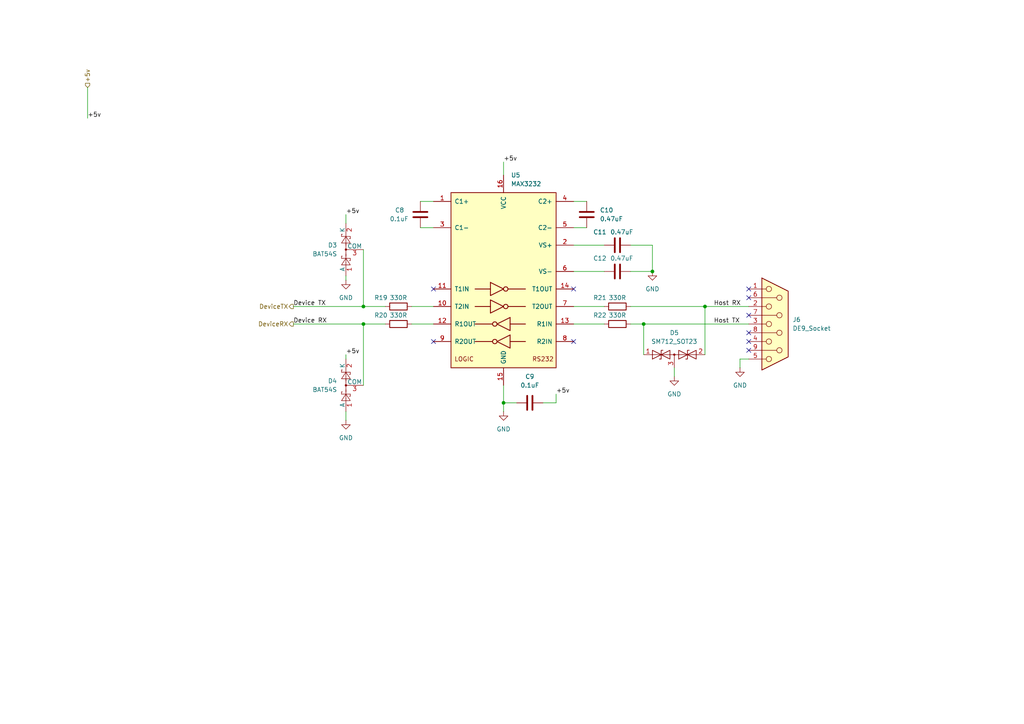
<source format=kicad_sch>
(kicad_sch (version 20250114) (generator "eeschema") (generator_version "9.0")
  (paper "A4")
  (lib_symbols
    (symbol "Connector:DE9_Socket" (pin_names (offset 1.016) (hide yes))
      (property "Reference" "J" (at 0 13.97 0))
      (property "Value" "DE9_Socket" (at 0 -14.605 0))
      (symbol "DE9_Socket_0_1"
        (polyline (pts (xy -3.81 13.335) (xy -3.81 -13.335) (xy 3.81 -9.525) (xy 3.81 9.525) (xy -3.81 13.335)) (stroke (width 0.254)) (fill (type background)))
        (polyline (pts (xy -3.81 10.16) (xy -2.54 10.16)))
        (polyline (pts (xy -3.81 7.62) (xy 0.508 7.62)))
        (polyline (pts (xy -3.81 5.08) (xy -2.54 5.08)))
        (polyline (pts (xy -3.81 2.54) (xy 0.508 2.54)))
        (polyline (pts (xy -3.81 0) (xy -2.54 0)))
        (polyline (pts (xy -3.81 -2.54) (xy 0.508 -2.54)))
        (polyline (pts (xy -3.81 -5.08) (xy -2.54 -5.08)))
        (polyline (pts (xy -3.81 -7.62) (xy 0.508 -7.62)))
        (polyline (pts (xy -3.81 -10.16) (xy -2.54 -10.16)))
        (circle (center -1.778 10.16) (radius 0.762))
        (circle (center -1.778 5.08) (radius 0.762))
        (circle (center -1.778 0) (radius 0.762))
        (circle (center -1.778 -5.08) (radius 0.762))
        (circle (center -1.778 -10.16) (radius 0.762))
        (circle (center 1.27 7.62) (radius 0.762))
        (circle (center 1.27 2.54) (radius 0.762))
        (circle (center 1.27 -2.54) (radius 0.762))
        (circle (center 1.27 -7.62) (radius 0.762))
      )
      (symbol "DE9_Socket_1_1"
        (pin passive line (at -7.62 10.16 0) (length 3.81) (name "1") (number "1"))
        (pin passive line (at -7.62 7.62 0) (length 3.81) (name "6") (number "6"))
        (pin passive line (at -7.62 5.08 0) (length 3.81) (name "2") (number "2"))
        (pin passive line (at -7.62 2.54 0) (length 3.81) (name "7") (number "7"))
        (pin passive line (at -7.62 0 0) (length 3.81) (name "3") (number "3"))
        (pin passive line (at -7.62 -2.54 0) (length 3.81) (name "8") (number "8"))
        (pin passive line (at -7.62 -5.08 0) (length 3.81) (name "4") (number "4"))
        (pin passive line (at -7.62 -7.62 0) (length 3.81) (name "9") (number "9"))
        (pin passive line (at -7.62 -10.16 0) (length 3.81) (name "5") (number "5"))
      )
    )
    (symbol "Device:C" (pin_numbers (hide yes)) (pin_names (offset 0.254))
      (property "Reference" "C" (at 0.635 2.54 0))
      (property "Value" "C" (at 0.635 -2.54 0))
      (symbol "C_0_1"
        (polyline (pts (xy -2.032 0.762) (xy 2.032 0.762)) (stroke (width 0.508)))
        (polyline (pts (xy -2.032 -0.762) (xy 2.032 -0.762)) (stroke (width 0.508)))
      )
      (symbol "C_1_1"
        (pin passive line (at 0 3.81 270) (length 2.794) (name "~") (number "1"))
        (pin passive line (at 0 -3.81 90) (length 2.794) (name "~") (number "2"))
      )
    )
    (symbol "Device:R" (pin_numbers (hide yes)) (pin_names (offset 0))
      (property "Reference" "R" (at 2.032 0 90))
      (property "Value" "R" (at 0 0 90))
      (symbol "R_0_1"
        (rectangle (start -1.016 -2.54) (end 1.016 2.54) (stroke (width 0.254)))
      )
      (symbol "R_1_1"
        (pin passive line (at 0 3.81 270) (length 1.27) (name "~") (number "1"))
        (pin passive line (at 0 -3.81 90) (length 1.27) (name "~") (number "2"))
      )
    )
    (symbol "Diode:BAT54S" (pin_names (offset 0))
      (property "Reference" "D" (at 2.54 -5.08 0))
      (property "Value" "BAT54S" (at -6.35 3.175 0))
      (symbol "BAT54S_0_1"
        (polyline (pts (xy -4.445 1.27) (xy -4.445 -1.27) (xy -2.54 0) (xy -4.445 1.27)))
        (polyline (pts (xy -3.81 0) (xy -1.27 0)))
        (polyline (pts (xy -3.175 -1.27) (xy -3.175 -1.016)))
        (polyline (pts (xy -2.54 1.27) (xy -1.905 1.27)))
        (polyline (pts (xy -2.54 -1.27) (xy -3.175 -1.27)))
        (polyline (pts (xy -2.54 -1.27) (xy -2.54 1.27)))
        (polyline (pts (xy -1.905 1.27) (xy -1.905 1.016)))
        (polyline (pts (xy -1.905 0) (xy 1.905 0)))
        (circle (center 0 0) (radius 0.254) (fill (type outline)))
        (polyline (pts (xy 1.27 0) (xy 3.81 0)))
        (polyline (pts (xy 1.905 1.27) (xy 1.905 -1.27) (xy 3.81 0) (xy 1.905 1.27)))
        (polyline (pts (xy 3.175 -1.27) (xy 3.175 -1.016)))
        (polyline (pts (xy 3.81 1.27) (xy 4.445 1.27)))
        (polyline (pts (xy 3.81 -1.27) (xy 3.175 -1.27)))
        (polyline (pts (xy 3.81 -1.27) (xy 3.81 1.27)))
        (polyline (pts (xy 4.445 1.27) (xy 4.445 1.016)))
      )
      (symbol "BAT54S_1_1"
        (pin passive line (at -7.62 0 0) (length 3.81) (name "A") (number "1"))
        (pin passive line (at 0 -5.08 90) (length 5.08) (name "COM") (number "3"))
        (pin passive line (at 7.62 0 180) (length 3.81) (name "K") (number "2"))
      )
    )
    (symbol "Diode:SM712_SOT23" (pin_names (offset 1.016) (hide yes))
      (property "Reference" "D" (at 0 4.445 0))
      (property "Value" "SM712_SOT23" (at 0 2.54 0))
      (symbol "SM712_SOT23_0_0"
        (polyline (pts (xy 0 -1.27) (xy 0 0)))
      )
      (symbol "SM712_SOT23_0_1"
        (polyline (pts (xy -6.35 0) (xy 6.35 0)))
        (polyline (pts (xy -6.35 -1.27) (xy -1.27 1.27) (xy -1.27 -1.27) (xy -6.35 1.27) (xy -6.35 -1.27)) (stroke (width 0.2032)))
        (polyline (pts (xy -3.302 1.27) (xy -3.81 1.27) (xy -3.81 -1.27) (xy -4.318 -1.27)) (stroke (width 0.2032)))
        (circle (center 0 0) (radius 0.254) (fill (type outline)))
        (polyline (pts (xy 1.27 -1.27) (xy 1.27 1.27) (xy 6.35 -1.27) (xy 6.35 1.27) (xy 1.27 -1.27)) (stroke (width 0.2032)))
        (polyline (pts (xy 4.318 1.27) (xy 3.81 1.27) (xy 3.81 -1.27) (xy 3.302 -1.27)) (stroke (width 0.2032)))
      )
      (symbol "SM712_SOT23_1_1"
        (pin passive line (at -8.89 0 0) (length 2.54) (name "A1") (number "1"))
        (pin input line (at 0 -3.81 90) (length 2.54) (name "common") (number "3"))
        (pin passive line (at 8.89 0 180) (length 2.54) (name "A2") (number "2"))
      )
    )
    (symbol "Interface_UART:MAX3232" (pin_names (offset 1.016))
      (property "Reference" "U" (at -2.54 28.575 0))
      (property "Value" "MAX3232" (at -2.54 26.67 0))
      (symbol "MAX3232_0_0"
        (text "LOGIC" (at -11.43 -22.86 0) (effects (font (size 1.27 1.27))))
        (text "RS232" (at 11.43 -22.86 0) (effects (font (size 1.27 1.27))))
      )
      (symbol "MAX3232_0_1"
        (rectangle (start -15.24 -25.4) (end 15.24 25.4) (stroke (width 0.254)) (fill (type background)))
        (polyline (pts (xy -3.81 -0.635) (xy -3.81 -4.445) (xy 0 -2.54) (xy -3.81 -0.635)) (stroke (width 0.254)))
        (polyline (pts (xy -3.81 -2.54) (xy -8.255 -2.54)) (stroke (width 0.254)))
        (polyline (pts (xy -3.81 -5.715) (xy -3.81 -9.525) (xy 0 -7.62) (xy -3.81 -5.715)) (stroke (width 0.254)))
        (polyline (pts (xy -3.81 -7.62) (xy -8.255 -7.62)) (stroke (width 0.254)))
        (polyline (pts (xy -3.175 -12.7) (xy -8.255 -12.7)) (stroke (width 0.254)))
        (polyline (pts (xy -3.175 -17.78) (xy -8.255 -17.78)) (stroke (width 0.254)))
        (circle (center -2.54 -12.7) (radius 0.635) (stroke (width 0.254)))
        (circle (center -2.54 -17.78) (radius 0.635) (stroke (width 0.254)))
        (circle (center 0.635 -2.54) (radius 0.635) (stroke (width 0.254)))
        (circle (center 0.635 -7.62) (radius 0.635) (stroke (width 0.254)))
        (polyline (pts (xy 1.27 -2.54) (xy 6.35 -2.54)) (stroke (width 0.254)))
        (polyline (pts (xy 1.27 -7.62) (xy 6.35 -7.62)) (stroke (width 0.254)))
        (polyline (pts (xy 1.905 -10.795) (xy 1.905 -14.605) (xy -1.905 -12.7) (xy 1.905 -10.795)) (stroke (width 0.254)))
        (polyline (pts (xy 1.905 -12.7) (xy 6.35 -12.7)) (stroke (width 0.254)))
        (polyline (pts (xy 1.905 -15.875) (xy 1.905 -19.685) (xy -1.905 -17.78) (xy 1.905 -15.875)) (stroke (width 0.254)))
        (polyline (pts (xy 1.905 -17.78) (xy 6.35 -17.78)) (stroke (width 0.254)))
      )
      (symbol "MAX3232_1_1"
        (pin passive line (at -20.32 22.86 0) (length 5.08) (name "C1+") (number "1"))
        (pin passive line (at -20.32 15.24 0) (length 5.08) (name "C1-") (number "3"))
        (pin input line (at -20.32 -2.54 0) (length 5.08) (name "T1IN") (number "11"))
        (pin input line (at -20.32 -7.62 0) (length 5.08) (name "T2IN") (number "10"))
        (pin output line (at -20.32 -12.7 0) (length 5.08) (name "R1OUT") (number "12"))
        (pin output line (at -20.32 -17.78 0) (length 5.08) (name "R2OUT") (number "9"))
        (pin power_in line (at 0 30.48 270) (length 5.08) (name "VCC") (number "16"))
        (pin power_in line (at 0 -30.48 90) (length 5.08) (name "GND") (number "15"))
        (pin passive line (at 20.32 22.86 180) (length 5.08) (name "C2+") (number "4"))
        (pin passive line (at 20.32 15.24 180) (length 5.08) (name "C2-") (number "5"))
        (pin power_out line (at 20.32 10.16 180) (length 5.08) (name "VS+") (number "2"))
        (pin power_out line (at 20.32 2.54 180) (length 5.08) (name "VS-") (number "6"))
        (pin output line (at 20.32 -2.54 180) (length 5.08) (name "T1OUT") (number "14"))
        (pin output line (at 20.32 -7.62 180) (length 5.08) (name "T2OUT") (number "7"))
        (pin input line (at 20.32 -12.7 180) (length 5.08) (name "R1IN") (number "13"))
        (pin input line (at 20.32 -17.78 180) (length 5.08) (name "R2IN") (number "8"))
      )
    )
    (symbol "power:GND" (power) (pin_numbers (hide yes)) (pin_names (offset 0) (hide yes))
      (property "Value" "GND" (at 0 -3.81 0))
      (symbol "GND_0_1"
        (polyline (pts (xy 0 0) (xy 0 -1.27) (xy 1.27 -1.27) (xy 0 -2.54) (xy -1.27 -1.27) (xy 0 -1.27)))
      )
      (symbol "GND_1_1"
        (pin power_in line (at 0 0 270) (length 0) (name "~") (number "1"))
      )
    )
  )
  (junction (at 189.23 78.74))
  (junction (at 146.05 116.84))
  (junction (at 204.47 88.9))
  (junction (at 186.69 93.98))
  (junction (at 105.41 93.98))
  (junction (at 105.41 88.9))
  (no_connect (at 217.17 96.52))
  (no_connect (at 217.17 83.82))
  (no_connect (at 217.17 101.6))
  (no_connect (at 166.37 99.06))
  (no_connect (at 125.73 99.06))
  (no_connect (at 217.17 99.06))
  (no_connect (at 125.73 83.82))
  (no_connect (at 166.37 83.82))
  (no_connect (at 217.17 91.44))
  (no_connect (at 217.17 86.36))
  (wire (pts (xy 119.38 93.98) (xy 125.73 93.98)))
  (wire (pts (xy 182.88 71.12) (xy 189.23 71.12)))
  (wire (pts (xy 100.33 102.87) (xy 100.33 104.14)))
  (wire (pts (xy 186.69 93.98) (xy 217.17 93.98)))
  (wire (pts (xy 189.23 78.74) (xy 182.88 78.74)))
  (wire (pts (xy 105.41 72.39) (xy 105.41 88.9)))
  (wire (pts (xy 100.33 121.92) (xy 100.33 119.38)))
  (wire (pts (xy 161.29 116.84) (xy 157.48 116.84)))
  (wire (pts (xy 166.37 66.04) (xy 170.18 66.04)))
  (wire (pts (xy 121.92 58.42) (xy 125.73 58.42)))
  (wire (pts (xy 166.37 58.42) (xy 170.18 58.42)))
  (wire (pts (xy 214.63 104.14) (xy 217.17 104.14)))
  (wire (pts (xy 195.58 106.68) (xy 195.58 109.22)))
  (wire (pts (xy 146.05 46.99) (xy 146.05 50.8)))
  (wire (pts (xy 182.88 93.98) (xy 186.69 93.98)))
  (wire (pts (xy 100.33 62.23) (xy 100.33 64.77)))
  (wire (pts (xy 161.29 114.3) (xy 161.29 116.84)))
  (wire (pts (xy 146.05 116.84) (xy 146.05 119.38)))
  (wire (pts (xy 85.09 88.9) (xy 105.41 88.9)))
  (wire (pts (xy 186.69 93.98) (xy 186.69 102.87)))
  (wire (pts (xy 166.37 93.98) (xy 175.26 93.98)))
  (wire (pts (xy 119.38 88.9) (xy 125.73 88.9)))
  (wire (pts (xy 25.4 25.4) (xy 25.4 34.29)))
  (wire (pts (xy 146.05 111.76) (xy 146.05 116.84)))
  (wire (pts (xy 105.41 88.9) (xy 111.76 88.9)))
  (wire (pts (xy 189.23 71.12) (xy 189.23 78.74)))
  (wire (pts (xy 105.41 111.76) (xy 105.41 93.98)))
  (wire (pts (xy 105.41 93.98) (xy 111.76 93.98)))
  (wire (pts (xy 204.47 88.9) (xy 217.17 88.9)))
  (wire (pts (xy 85.09 93.98) (xy 105.41 93.98)))
  (wire (pts (xy 166.37 71.12) (xy 175.26 71.12)))
  (wire (pts (xy 146.05 116.84) (xy 149.86 116.84)))
  (wire (pts (xy 214.63 104.14) (xy 214.63 106.68)))
  (wire (pts (xy 166.37 78.74) (xy 175.26 78.74)))
  (wire (pts (xy 182.88 88.9) (xy 204.47 88.9)))
  (wire (pts (xy 121.92 66.04) (xy 125.73 66.04)))
  (wire (pts (xy 100.33 80.01) (xy 100.33 81.28)))
  (wire (pts (xy 204.47 88.9) (xy 204.47 102.87)))
  (wire (pts (xy 166.37 88.9) (xy 175.26 88.9)))
  (label "Host RX" (at 207.01 88.9 0))
  (label "Device RX" (at 85.09 93.98 0))
  (label "Device TX" (at 85.09 88.9 0))
  (label "+5v" (at 100.33 102.87 0))
  (label "+5v" (at 100.33 62.23 0))
  (label "+5v" (at 161.29 114.3 0))
  (label "+5v" (at 146.05 46.99 0))
  (label "+5v" (at 25.4 34.29 0))
  (label "Host TX" (at 207.01 93.98 0))
  (hierarchical_label "DeviceRX" (shape output) (at 85.09 93.98 180))
  (hierarchical_label "+5v" (shape input) (at 25.4 25.4 90))
  (hierarchical_label "DeviceTX" (shape output) (at 85.09 88.9 180))
  (symbol (lib_id "Device:R") (at 179.07 93.98 90) (unit 1)
    (property "Reference" "R22" (at 173.99 91.44 90))
    (property "Value" "330R" (at 179.07 91.44 90))
    (property "Footprint" "Resistor_SMD:R_0603_1608Metric" (effects (hide yes)))
  )
  (symbol (lib_id "Device:R") (at 115.57 88.9 90) (unit 1)
    (property "Reference" "R19" (at 110.49 86.36 90))
    (property "Value" "330R" (at 115.57 86.36 90))
    (property "Footprint" "Resistor_SMD:R_0603_1608Metric" (effects (hide yes)))
  )
  (symbol (lib_id "Device:C") (at 170.18 62.23 0) (unit 1)
    (property "Reference" "C10" (at 173.99 60.9599 0) (effects (justify left)))
    (property "Value" "0.47uF" (at 173.99 63.4999 0) (effects (justify left)))
    (property "Footprint" "Capacitor_SMD:C_0603_1608Metric" (effects (hide yes)))
  )
  (symbol (lib_id "Diode:BAT54S") (at 100.33 72.39 90) (unit 1)
    (property "Reference" "D3" (at 97.79 71.1199 90) (effects (justify left)))
    (property "Value" "BAT54S" (at 97.79 73.6599 90) (effects (justify left)))
    (property "Footprint" "Package_TO_SOT_SMD:SOT-23" (effects (hide yes)))
    (property "Datasheet" "https://www.diodes.com/assets/Datasheets/ds11005.pdf" (effects (hide yes)))
    (property "Description" "Vr 30V, If 200mA, Dual schottky barrier diode, in series, SOT-323" (effects (hide yes)))
  )
  (symbol (lib_id "Diode:SM712_SOT23") (at 195.58 102.87 0) (unit 1)
    (property "Reference" "D5" (at 195.58 96.52 0))
    (property "Value" "SM712_SOT23" (at 195.58 99.06 0))
    (property "Footprint" "Package_TO_SOT_SMD:SOT-23" (effects (hide yes)))
    (property "Datasheet" "https://www.littelfuse.com/~/media/electronics/datasheets/tvs_diode_arrays/littelfuse_tvs_diode_array_sm712_datasheet.pdf.pdf" (effects (hide yes)))
    (property "Description" "7V/12V, 600W Asymmetrical TVS Diode Array, SOT-23" (effects (hide yes)))
  )
  (symbol (lib_id "Device:C") (at 179.07 71.12 90) (unit 1)
    (property "Reference" "C11" (at 173.99 67.31 90))
    (property "Value" "0.47uF" (at 180.34 67.31 90))
    (property "Footprint" "Capacitor_SMD:C_0603_1608Metric" (effects (hide yes)))
  )
  (symbol (lib_id "power:GND") (at 100.33 81.28 0) (unit 1)
    (property "Reference" "#PWR030" (effects (hide yes)))
    (property "Value" "GND" (at 100.33 86.36 0))
    (property "Description" "Power symbol creates a global label with name \"GND\" , ground" (effects (hide yes)))
  )
  (symbol (lib_id "power:GND") (at 100.33 121.92 0) (unit 1)
    (property "Reference" "#PWR032" (effects (hide yes)))
    (property "Value" "GND" (at 100.33 127 0))
    (property "Description" "Power symbol creates a global label with name \"GND\" , ground" (effects (hide yes)))
  )
  (symbol (lib_id "power:GND") (at 195.58 109.22 0) (unit 1)
    (property "Reference" "#PWR037" (effects (hide yes)))
    (property "Value" "GND" (at 195.58 114.3 0))
    (property "Description" "Power symbol creates a global label with name \"GND\" , ground" (effects (hide yes)))
  )
  (symbol (lib_id "Diode:BAT54S") (at 100.33 111.76 90) (unit 1)
    (property "Reference" "D4" (at 97.79 110.4899 90) (effects (justify left)))
    (property "Value" "BAT54S" (at 97.79 113.0299 90) (effects (justify left)))
    (property "Footprint" "Package_TO_SOT_SMD:SOT-23" (effects (hide yes)))
    (property "Datasheet" "https://www.diodes.com/assets/Datasheets/ds11005.pdf" (effects (hide yes)))
    (property "Description" "Vr 30V, If 200mA, Dual schottky barrier diode, in series, SOT-323" (effects (hide yes)))
  )
  (symbol (lib_id "power:GND") (at 189.23 78.74 0) (unit 1)
    (property "Reference" "#PWR036" (effects (hide yes)))
    (property "Value" "GND" (at 189.23 83.82 0))
    (property "Description" "Power symbol creates a global label with name \"GND\" , ground" (effects (hide yes)))
  )
  (symbol (lib_id "Device:C") (at 121.92 62.23 0) (unit 1)
    (property "Reference" "C8" (at 114.554 60.96 0) (effects (justify left)))
    (property "Value" "0.1uF" (at 113.03 63.5 0) (effects (justify left)))
    (property "Footprint" "Capacitor_SMD:C_0603_1608Metric" (effects (hide yes)))
  )
  (symbol (lib_id "Device:R") (at 115.57 93.98 90) (unit 1)
    (property "Reference" "R20" (at 110.49 91.44 90))
    (property "Value" "330R" (at 115.57 91.44 90))
    (property "Footprint" "Resistor_SMD:R_0603_1608Metric" (effects (hide yes)))
  )
  (symbol (lib_id "Device:C") (at 153.67 116.84 90) (unit 1)
    (property "Reference" "C9" (at 153.67 109.22 90))
    (property "Value" "0.1uF" (at 153.67 111.76 90))
    (property "Footprint" "Capacitor_SMD:C_0603_1608Metric" (effects (hide yes)))
  )
  (symbol (lib_id "Device:R") (at 179.07 88.9 90) (unit 1)
    (property "Reference" "R21" (at 173.99 86.36 90))
    (property "Value" "330R" (at 179.07 86.36 90))
    (property "Footprint" "Resistor_SMD:R_0603_1608Metric" (effects (hide yes)))
  )
  (symbol (lib_id "Interface_UART:MAX3232") (at 146.05 81.28 0) (unit 1)
    (property "Reference" "U5" (at 148.1933 50.8 0) (effects (justify left)))
    (property "Value" "MAX3232" (at 148.1933 53.34 0) (effects (justify left)))
    (property "Datasheet" "https://datasheets.maximintegrated.com/en/ds/MAX3222-MAX3241.pdf" (effects (hide yes)))
    (property "Description" "3.0V to 5.5V, Low-Power, up to 1Mbps, True RS-232 Transceivers Using Four 0.1μF External Capacitors" (effects (hide yes)))
  )
  (symbol (lib_id "Connector:DE9_Socket") (at 224.79 93.98 0) (unit 1)
    (property "Reference" "J6" (at 229.87 92.7099 0) (effects (justify left)))
    (property "Value" "DE9_Socket" (at 229.87 95.2499 0) (effects (justify left)))
    (property "Footprint" "Connector_Dsub:DSUB-9_Socket_EdgeMount_P2.77mm" (effects (hide yes)))
    (property "Description" "9-pin D-SUB connector, socket (female)" (effects (hide yes)))
  )
  (symbol (lib_id "power:GND") (at 146.05 119.38 0) (unit 1)
    (property "Reference" "#PWR034" (effects (hide yes)))
    (property "Value" "GND" (at 146.05 124.46 0))
    (property "Description" "Power symbol creates a global label with name \"GND\" , ground" (effects (hide yes)))
  )
  (symbol (lib_id "power:GND") (at 214.63 106.68 0) (unit 1)
    (property "Reference" "#PWR038" (effects (hide yes)))
    (property "Value" "GND" (at 214.63 111.76 0))
    (property "Description" "Power symbol creates a global label with name \"GND\" , ground" (effects (hide yes)))
  )
  (symbol (lib_id "Device:C") (at 179.07 78.74 90) (unit 1)
    (property "Reference" "C12" (at 173.99 74.93 90))
    (property "Value" "0.47uF" (at 180.34 74.93 90))
    (property "Footprint" "Capacitor_SMD:C_0603_1608Metric" (effects (hide yes)))
  )
)
</source>
